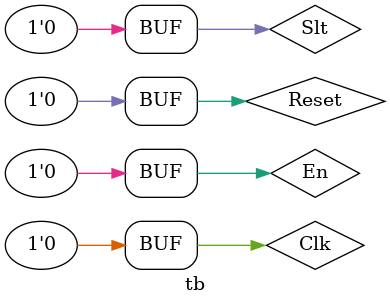
<source format=v>
`timescale 1ns / 1ps


module tb;

	// Inputs
	reg Clk;
	reg Reset;
	reg Slt;
	reg En;

	// Outputs
	wire [63:0] Output0;
	wire [63:0] Output1;

	// Instantiate the Unit Under Test (UUT)
	code uut (
		.Clk(Clk), 
		.Reset(Reset), 
		.Slt(Slt), 
		.En(En), 
		.Output0(Output0), 
		.Output1(Output1)
	);

	initial begin
		// Initialize Inputs
		Clk = 0;
		Reset = 0;
		Slt = 0;
		En = 0;

		// Wait 100 ns for global reset to finish
		#100;
        
		// Add stimulus here

	end
      
endmodule


</source>
